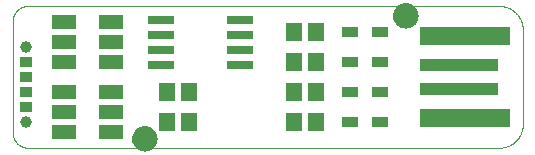
<source format=gts>
G75*
%MOIN*%
%OFA0B0*%
%FSLAX25Y25*%
%IPPOS*%
%LPD*%
%AMOC8*
5,1,8,0,0,1.08239X$1,22.5*
%
%ADD10C,0.00000*%
%ADD11R,0.05518X0.06306*%
%ADD12R,0.05715X0.03550*%
%ADD13R,0.09100X0.02800*%
%ADD14R,0.08274X0.04731*%
%ADD15R,0.03900X0.03600*%
%ADD16C,0.03900*%
%ADD17R,0.29928X0.06306*%
%ADD18R,0.25991X0.04337*%
%ADD19C,0.00500*%
D10*
X0011800Y0006800D02*
X0168926Y0006800D01*
X0169116Y0006802D01*
X0169306Y0006809D01*
X0169496Y0006821D01*
X0169686Y0006837D01*
X0169875Y0006857D01*
X0170064Y0006883D01*
X0170252Y0006912D01*
X0170439Y0006947D01*
X0170625Y0006986D01*
X0170810Y0007029D01*
X0170995Y0007077D01*
X0171178Y0007129D01*
X0171359Y0007185D01*
X0171539Y0007246D01*
X0171718Y0007312D01*
X0171895Y0007381D01*
X0172071Y0007455D01*
X0172244Y0007533D01*
X0172416Y0007616D01*
X0172585Y0007702D01*
X0172753Y0007792D01*
X0172918Y0007887D01*
X0173081Y0007985D01*
X0173241Y0008088D01*
X0173399Y0008194D01*
X0173554Y0008304D01*
X0173707Y0008417D01*
X0173857Y0008535D01*
X0174003Y0008656D01*
X0174147Y0008780D01*
X0174288Y0008908D01*
X0174426Y0009039D01*
X0174561Y0009174D01*
X0174692Y0009312D01*
X0174820Y0009453D01*
X0174944Y0009597D01*
X0175065Y0009743D01*
X0175183Y0009893D01*
X0175296Y0010046D01*
X0175406Y0010201D01*
X0175512Y0010359D01*
X0175615Y0010519D01*
X0175713Y0010682D01*
X0175808Y0010847D01*
X0175898Y0011015D01*
X0175984Y0011184D01*
X0176067Y0011356D01*
X0176145Y0011529D01*
X0176219Y0011705D01*
X0176288Y0011882D01*
X0176354Y0012061D01*
X0176415Y0012241D01*
X0176471Y0012422D01*
X0176523Y0012605D01*
X0176571Y0012790D01*
X0176614Y0012975D01*
X0176653Y0013161D01*
X0176688Y0013348D01*
X0176717Y0013536D01*
X0176743Y0013725D01*
X0176763Y0013914D01*
X0176779Y0014104D01*
X0176791Y0014294D01*
X0176798Y0014484D01*
X0176800Y0014674D01*
X0176800Y0046170D01*
X0176798Y0046360D01*
X0176791Y0046550D01*
X0176779Y0046740D01*
X0176763Y0046930D01*
X0176743Y0047119D01*
X0176717Y0047308D01*
X0176688Y0047496D01*
X0176653Y0047683D01*
X0176614Y0047869D01*
X0176571Y0048054D01*
X0176523Y0048239D01*
X0176471Y0048422D01*
X0176415Y0048603D01*
X0176354Y0048783D01*
X0176288Y0048962D01*
X0176219Y0049139D01*
X0176145Y0049315D01*
X0176067Y0049488D01*
X0175984Y0049660D01*
X0175898Y0049829D01*
X0175808Y0049997D01*
X0175713Y0050162D01*
X0175615Y0050325D01*
X0175512Y0050485D01*
X0175406Y0050643D01*
X0175296Y0050798D01*
X0175183Y0050951D01*
X0175065Y0051101D01*
X0174944Y0051247D01*
X0174820Y0051391D01*
X0174692Y0051532D01*
X0174561Y0051670D01*
X0174426Y0051805D01*
X0174288Y0051936D01*
X0174147Y0052064D01*
X0174003Y0052188D01*
X0173857Y0052309D01*
X0173707Y0052427D01*
X0173554Y0052540D01*
X0173399Y0052650D01*
X0173241Y0052756D01*
X0173081Y0052859D01*
X0172918Y0052957D01*
X0172753Y0053052D01*
X0172585Y0053142D01*
X0172416Y0053228D01*
X0172244Y0053311D01*
X0172071Y0053389D01*
X0171895Y0053463D01*
X0171718Y0053532D01*
X0171539Y0053598D01*
X0171359Y0053659D01*
X0171178Y0053715D01*
X0170995Y0053767D01*
X0170810Y0053815D01*
X0170625Y0053858D01*
X0170439Y0053897D01*
X0170252Y0053932D01*
X0170064Y0053961D01*
X0169875Y0053987D01*
X0169686Y0054007D01*
X0169496Y0054023D01*
X0169306Y0054035D01*
X0169116Y0054042D01*
X0168926Y0054044D01*
X0011800Y0054044D01*
X0011660Y0054042D01*
X0011520Y0054036D01*
X0011380Y0054026D01*
X0011240Y0054013D01*
X0011101Y0053995D01*
X0010962Y0053973D01*
X0010825Y0053948D01*
X0010687Y0053919D01*
X0010551Y0053886D01*
X0010416Y0053849D01*
X0010282Y0053808D01*
X0010149Y0053763D01*
X0010017Y0053715D01*
X0009887Y0053663D01*
X0009758Y0053608D01*
X0009631Y0053549D01*
X0009505Y0053486D01*
X0009381Y0053420D01*
X0009260Y0053351D01*
X0009140Y0053278D01*
X0009022Y0053201D01*
X0008907Y0053122D01*
X0008793Y0053039D01*
X0008683Y0052953D01*
X0008574Y0052864D01*
X0008468Y0052772D01*
X0008365Y0052677D01*
X0008264Y0052580D01*
X0008167Y0052479D01*
X0008072Y0052376D01*
X0007980Y0052270D01*
X0007891Y0052161D01*
X0007805Y0052051D01*
X0007722Y0051937D01*
X0007643Y0051822D01*
X0007566Y0051704D01*
X0007493Y0051584D01*
X0007424Y0051463D01*
X0007358Y0051339D01*
X0007295Y0051213D01*
X0007236Y0051086D01*
X0007181Y0050957D01*
X0007129Y0050827D01*
X0007081Y0050695D01*
X0007036Y0050562D01*
X0006995Y0050428D01*
X0006958Y0050293D01*
X0006925Y0050157D01*
X0006896Y0050019D01*
X0006871Y0049882D01*
X0006849Y0049743D01*
X0006831Y0049604D01*
X0006818Y0049464D01*
X0006808Y0049324D01*
X0006802Y0049184D01*
X0006800Y0049044D01*
X0006800Y0011800D01*
X0006802Y0011660D01*
X0006808Y0011520D01*
X0006818Y0011380D01*
X0006831Y0011240D01*
X0006849Y0011101D01*
X0006871Y0010962D01*
X0006896Y0010825D01*
X0006925Y0010687D01*
X0006958Y0010551D01*
X0006995Y0010416D01*
X0007036Y0010282D01*
X0007081Y0010149D01*
X0007129Y0010017D01*
X0007181Y0009887D01*
X0007236Y0009758D01*
X0007295Y0009631D01*
X0007358Y0009505D01*
X0007424Y0009381D01*
X0007493Y0009260D01*
X0007566Y0009140D01*
X0007643Y0009022D01*
X0007722Y0008907D01*
X0007805Y0008793D01*
X0007891Y0008683D01*
X0007980Y0008574D01*
X0008072Y0008468D01*
X0008167Y0008365D01*
X0008264Y0008264D01*
X0008365Y0008167D01*
X0008468Y0008072D01*
X0008574Y0007980D01*
X0008683Y0007891D01*
X0008793Y0007805D01*
X0008907Y0007722D01*
X0009022Y0007643D01*
X0009140Y0007566D01*
X0009260Y0007493D01*
X0009381Y0007424D01*
X0009505Y0007358D01*
X0009631Y0007295D01*
X0009758Y0007236D01*
X0009887Y0007181D01*
X0010017Y0007129D01*
X0010149Y0007081D01*
X0010282Y0007036D01*
X0010416Y0006995D01*
X0010551Y0006958D01*
X0010687Y0006925D01*
X0010825Y0006896D01*
X0010962Y0006871D01*
X0011101Y0006849D01*
X0011240Y0006831D01*
X0011380Y0006818D01*
X0011520Y0006808D01*
X0011660Y0006802D01*
X0011800Y0006800D01*
D11*
X0058060Y0015422D03*
X0065540Y0015422D03*
X0065540Y0025422D03*
X0058060Y0025422D03*
X0100560Y0025422D03*
X0108040Y0025422D03*
X0108040Y0015422D03*
X0100560Y0015422D03*
X0100560Y0035422D03*
X0108040Y0035422D03*
X0108040Y0045422D03*
X0100560Y0045422D03*
D12*
X0119300Y0045422D03*
X0129300Y0045422D03*
X0129300Y0035422D03*
X0119300Y0035422D03*
X0119300Y0025422D03*
X0129300Y0025422D03*
X0129300Y0015422D03*
X0119300Y0015422D03*
D13*
X0082600Y0034422D03*
X0082600Y0039422D03*
X0082600Y0044422D03*
X0082600Y0049422D03*
X0056100Y0049422D03*
X0056100Y0044422D03*
X0056100Y0039422D03*
X0056100Y0034422D03*
D14*
X0039674Y0035229D03*
X0023926Y0035229D03*
X0023926Y0041922D03*
X0039674Y0041922D03*
X0039674Y0048615D03*
X0023926Y0048615D03*
X0023926Y0025515D03*
X0039674Y0025515D03*
X0039674Y0018822D03*
X0023926Y0018822D03*
X0023926Y0012129D03*
X0039674Y0012129D03*
D15*
X0011300Y0020422D03*
X0011300Y0025422D03*
X0011300Y0030422D03*
X0011300Y0035422D03*
D16*
X0011300Y0040422D03*
X0011300Y0015422D03*
D17*
X0157587Y0016642D03*
X0157587Y0044202D03*
D18*
X0155619Y0034359D03*
X0155619Y0026485D03*
D19*
X0139147Y0047100D02*
X0138484Y0046923D01*
X0137800Y0046863D01*
X0137116Y0046923D01*
X0136453Y0047100D01*
X0135831Y0047390D01*
X0135269Y0047784D01*
X0134784Y0048269D01*
X0134390Y0048831D01*
X0134100Y0049453D01*
X0133923Y0050116D01*
X0133863Y0050800D01*
X0133923Y0051484D01*
X0134100Y0052147D01*
X0134390Y0052769D01*
X0134784Y0053331D01*
X0135269Y0053816D01*
X0135831Y0054210D01*
X0136453Y0054500D01*
X0137116Y0054677D01*
X0137800Y0054737D01*
X0138484Y0054677D01*
X0139147Y0054500D01*
X0139769Y0054210D01*
X0140331Y0053816D01*
X0140816Y0053331D01*
X0141210Y0052769D01*
X0141500Y0052147D01*
X0141677Y0051484D01*
X0141737Y0050800D01*
X0141677Y0050116D01*
X0141500Y0049453D01*
X0141210Y0048831D01*
X0140816Y0048269D01*
X0140331Y0047784D01*
X0139769Y0047390D01*
X0139147Y0047100D01*
X0139316Y0047179D02*
X0136284Y0047179D01*
X0135421Y0047678D02*
X0140179Y0047678D01*
X0140723Y0048176D02*
X0134877Y0048176D01*
X0134500Y0048675D02*
X0141100Y0048675D01*
X0141369Y0049173D02*
X0134231Y0049173D01*
X0134042Y0049672D02*
X0141558Y0049672D01*
X0141682Y0050170D02*
X0133918Y0050170D01*
X0133874Y0050669D02*
X0141726Y0050669D01*
X0141705Y0051168D02*
X0133895Y0051168D01*
X0133972Y0051666D02*
X0141628Y0051666D01*
X0141491Y0052165D02*
X0134109Y0052165D01*
X0134341Y0052663D02*
X0141259Y0052663D01*
X0140934Y0053162D02*
X0134666Y0053162D01*
X0135113Y0053660D02*
X0140487Y0053660D01*
X0139841Y0054159D02*
X0135759Y0054159D01*
X0137041Y0054657D02*
X0138559Y0054657D01*
X0051484Y0013677D02*
X0050800Y0013737D01*
X0050116Y0013677D01*
X0049453Y0013500D01*
X0048831Y0013210D01*
X0048269Y0012816D01*
X0047784Y0012331D01*
X0047390Y0011769D01*
X0047100Y0011147D01*
X0046923Y0010484D01*
X0046863Y0009800D01*
X0046923Y0009116D01*
X0047100Y0008453D01*
X0047390Y0007831D01*
X0047784Y0007269D01*
X0048269Y0006784D01*
X0048831Y0006390D01*
X0049453Y0006100D01*
X0050116Y0005923D01*
X0050800Y0005863D01*
X0051484Y0005923D01*
X0052147Y0006100D01*
X0052769Y0006390D01*
X0053331Y0006784D01*
X0053816Y0007269D01*
X0054210Y0007831D01*
X0054500Y0008453D01*
X0054677Y0009116D01*
X0054737Y0009800D01*
X0054677Y0010484D01*
X0054500Y0011147D01*
X0054210Y0011769D01*
X0053816Y0012331D01*
X0053331Y0012816D01*
X0052769Y0013210D01*
X0052147Y0013500D01*
X0051484Y0013677D01*
X0052616Y0013281D02*
X0048984Y0013281D01*
X0048236Y0012782D02*
X0053364Y0012782D01*
X0053849Y0012284D02*
X0047751Y0012284D01*
X0047402Y0011785D02*
X0054198Y0011785D01*
X0054434Y0011287D02*
X0047166Y0011287D01*
X0047004Y0010788D02*
X0054596Y0010788D01*
X0054694Y0010290D02*
X0046906Y0010290D01*
X0046864Y0009791D02*
X0054736Y0009791D01*
X0054693Y0009293D02*
X0046907Y0009293D01*
X0047009Y0008794D02*
X0054591Y0008794D01*
X0054426Y0008296D02*
X0047174Y0008296D01*
X0047415Y0007797D02*
X0054185Y0007797D01*
X0053836Y0007299D02*
X0047764Y0007299D01*
X0048253Y0006800D02*
X0053347Y0006800D01*
X0052578Y0006301D02*
X0049022Y0006301D01*
M02*

</source>
